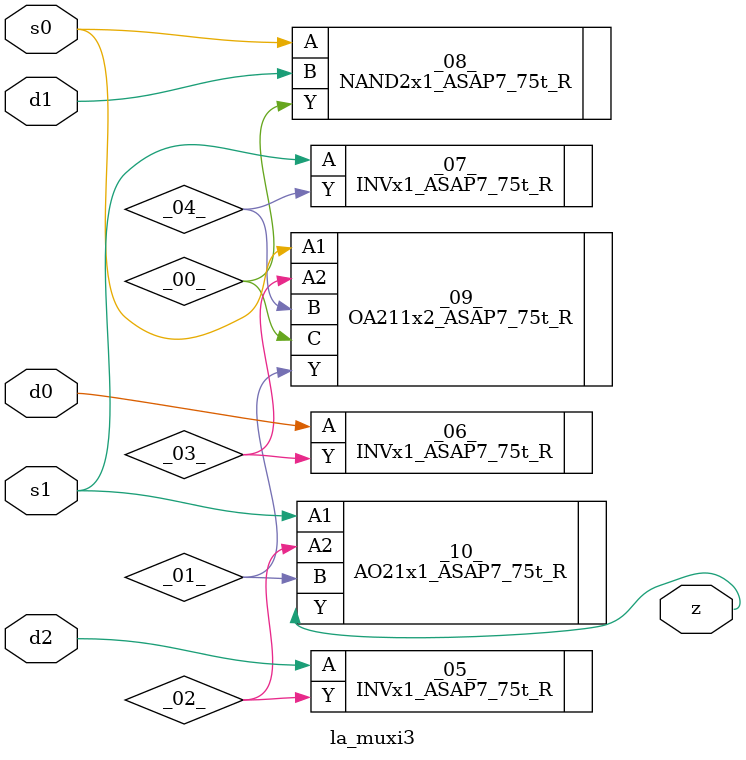
<source format=v>

/* Generated by Yosys 0.44 (git sha1 80ba43d26, g++ 11.4.0-1ubuntu1~22.04 -fPIC -O3) */

(* top =  1  *)
(* src = "inputs/la_muxi3.v:10.1-23.10" *)
module la_muxi3 (
    d0,
    d1,
    d2,
    s0,
    s1,
    z
);
  wire _00_;
  wire _01_;
  wire _02_;
  wire _03_;
  wire _04_;
  (* src = "inputs/la_muxi3.v:13.12-13.14" *)
  input d0;
  wire d0;
  (* src = "inputs/la_muxi3.v:14.12-14.14" *)
  input d1;
  wire d1;
  (* src = "inputs/la_muxi3.v:15.12-15.14" *)
  input d2;
  wire d2;
  (* src = "inputs/la_muxi3.v:16.12-16.14" *)
  input s0;
  wire s0;
  (* src = "inputs/la_muxi3.v:17.12-17.14" *)
  input s1;
  wire s1;
  (* src = "inputs/la_muxi3.v:18.12-18.13" *)
  output z;
  wire z;
  INVx1_ASAP7_75t_R _05_ (
      .A(d2),
      .Y(_02_)
  );
  INVx1_ASAP7_75t_R _06_ (
      .A(d0),
      .Y(_03_)
  );
  INVx1_ASAP7_75t_R _07_ (
      .A(s1),
      .Y(_04_)
  );
  NAND2x1_ASAP7_75t_R _08_ (
      .A(s0),
      .B(d1),
      .Y(_00_)
  );
  OA211x2_ASAP7_75t_R _09_ (
      .A1(s0),
      .A2(_03_),
      .B (_04_),
      .C (_00_),
      .Y (_01_)
  );
  AO21x1_ASAP7_75t_R _10_ (
      .A1(s1),
      .A2(_02_),
      .B (_01_),
      .Y (z)
  );
endmodule

</source>
